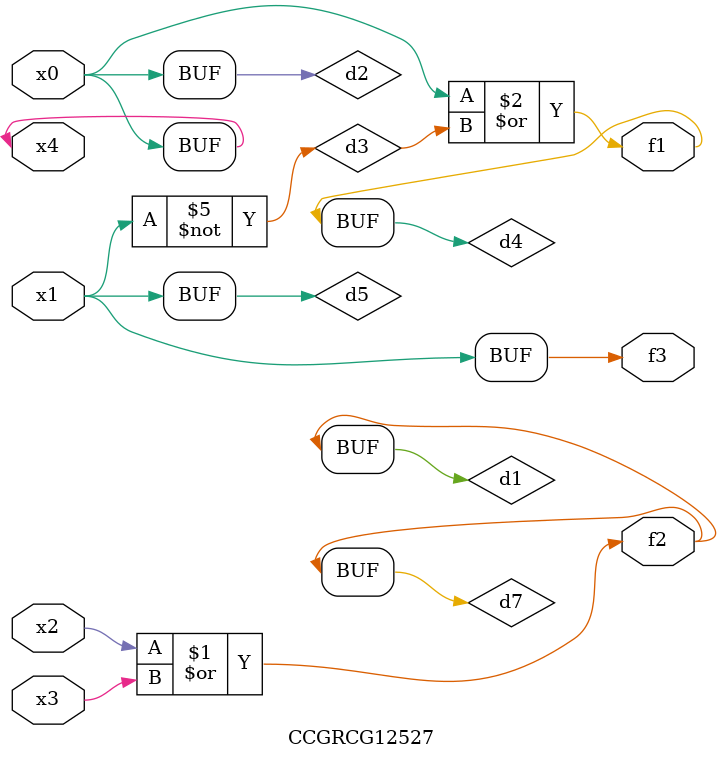
<source format=v>
module CCGRCG12527(
	input x0, x1, x2, x3, x4,
	output f1, f2, f3
);

	wire d1, d2, d3, d4, d5, d6, d7;

	or (d1, x2, x3);
	buf (d2, x0, x4);
	not (d3, x1);
	or (d4, d2, d3);
	not (d5, d3);
	nand (d6, d1, d3);
	or (d7, d1);
	assign f1 = d4;
	assign f2 = d7;
	assign f3 = d5;
endmodule

</source>
